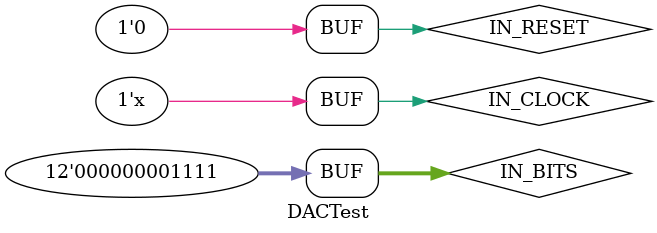
<source format=v>
`timescale 1ns / 1ps

module DACTest;

	// Input
	reg IN_CLOCK;
	reg IN_RESET;
	reg [11:0]IN_BITS;
	reg IN_SAMPLE_READY;
	
	// Outputs
	wire OUT_SPI_MOSI;
	wire OUT_SPI_SCK;
	wire OUT_DAC_CS;
	wire OUT_DAC_CLR;
	wire [4:0]OUT_STATE;
	wire [31:0]OUT_WRITE_BIT;

	DAC uut (
		.IN_CLOCK(IN_CLOCK),
		.IN_RESET(IN_RESET),
		.IN_BITS(IN_BITS),
		.IN_SAMPLE_READY(IN_SAMPLE_READY),

		.OUT_SPI_SCK(OUT_SPI_SCK),
		.OUT_SPI_MOSI(OUT_SPI_MOSI),
		
		.OUT_DAC_CS(OUT_DAC_CS), 
		.OUT_DAC_CLR(OUT_DAC_CLR),
	
		.OUT_STATE(OUT_STATE),
		.OUT_WRITE_BIT(OUT_WRITE_BIT)
	);

	initial begin
		IN_RESET = 0;
		IN_CLOCK = 0;
		IN_BITS = 4'b1111;
		IN_SAMPLE_READY = 1;
	end
      
	always begin		
		#5 IN_CLOCK = ~IN_CLOCK;
		
		if (IN_SAMPLE_READY == 1) begin
			#5 IN_SAMPLE_READY = 0;
		end
	end
endmodule

</source>
